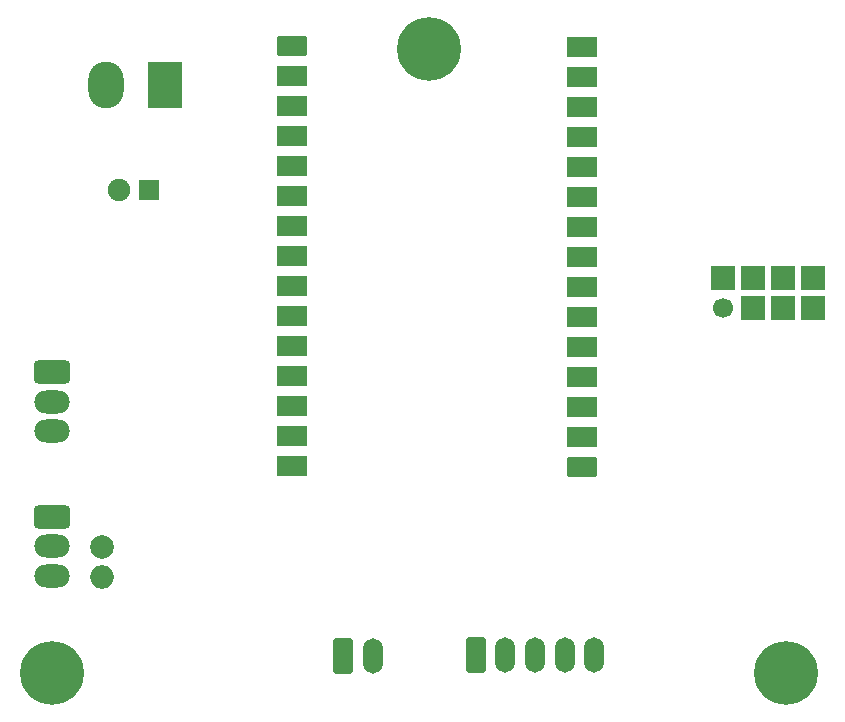
<source format=gbr>
%TF.GenerationSoftware,KiCad,Pcbnew,6.0.11+dfsg-1*%
%TF.CreationDate,2023-03-16T15:35:16-05:00*%
%TF.ProjectId,water_tank_module,77617465-725f-4746-916e-6b5f6d6f6475,rev?*%
%TF.SameCoordinates,Original*%
%TF.FileFunction,Soldermask,Top*%
%TF.FilePolarity,Negative*%
%FSLAX46Y46*%
G04 Gerber Fmt 4.6, Leading zero omitted, Abs format (unit mm)*
G04 Created by KiCad (PCBNEW 6.0.11+dfsg-1) date 2023-03-16 15:35:16*
%MOMM*%
%LPD*%
G01*
G04 APERTURE LIST*
G04 Aperture macros list*
%AMRoundRect*
0 Rectangle with rounded corners*
0 $1 Rounding radius*
0 $2 $3 $4 $5 $6 $7 $8 $9 X,Y pos of 4 corners*
0 Add a 4 corners polygon primitive as box body*
4,1,4,$2,$3,$4,$5,$6,$7,$8,$9,$2,$3,0*
0 Add four circle primitives for the rounded corners*
1,1,$1+$1,$2,$3*
1,1,$1+$1,$4,$5*
1,1,$1+$1,$6,$7*
1,1,$1+$1,$8,$9*
0 Add four rect primitives between the rounded corners*
20,1,$1+$1,$2,$3,$4,$5,0*
20,1,$1+$1,$4,$5,$6,$7,0*
20,1,$1+$1,$6,$7,$8,$9,0*
20,1,$1+$1,$8,$9,$2,$3,0*%
G04 Aperture macros list end*
%ADD10RoundRect,0.250000X-0.600000X-1.250000X0.600000X-1.250000X0.600000X1.250000X-0.600000X1.250000X0*%
%ADD11O,1.700000X3.000000*%
%ADD12C,5.400000*%
%ADD13RoundRect,0.286765X-1.213235X0.688235X-1.213235X-0.688235X1.213235X-0.688235X1.213235X0.688235X0*%
%ADD14O,3.000000X1.950000*%
%ADD15R,2.000000X2.000000*%
%ADD16C,1.700000*%
%ADD17R,1.800000X1.800000*%
%ADD18C,1.900000*%
%ADD19RoundRect,0.250000X-1.020000X0.620000X-1.020000X-0.620000X1.020000X-0.620000X1.020000X0.620000X0*%
%ADD20R,2.540000X1.740000*%
%ADD21R,3.000000X3.960000*%
%ADD22O,3.000000X3.960000*%
%ADD23C,2.000000*%
%ADD24O,2.000000X2.000000*%
%ADD25RoundRect,0.250000X1.020000X-0.620000X1.020000X0.620000X-1.020000X0.620000X-1.020000X-0.620000X0*%
G04 APERTURE END LIST*
D10*
%TO.C,J1*%
X100791000Y-78913000D03*
D11*
X103291000Y-78913000D03*
X105791000Y-78913000D03*
X108291000Y-78913000D03*
X110791000Y-78913000D03*
%TD*%
D10*
%TO.C,J2*%
X89555000Y-78948000D03*
D11*
X92055000Y-78948000D03*
%TD*%
D12*
%TO.C,H2*%
X64897000Y-80391000D03*
%TD*%
D13*
%TO.C,J_EC1*%
X64888000Y-54949750D03*
D14*
X64888000Y-57449750D03*
X64888000Y-59949750D03*
%TD*%
D15*
%TO.C,U4*%
X129323000Y-46944000D03*
X129323000Y-49484000D03*
X126783000Y-46944000D03*
X126783000Y-49484000D03*
X124243000Y-46944000D03*
X124243000Y-49484000D03*
X121703000Y-46944000D03*
D16*
X121703000Y-49484000D03*
%TD*%
D17*
%TO.C,C1*%
X73071113Y-39486250D03*
D18*
X70571113Y-39486250D03*
%TD*%
D13*
%TO.C,J_DS18*%
X64888000Y-67149750D03*
D14*
X64888000Y-69649750D03*
X64888000Y-72149750D03*
%TD*%
D12*
%TO.C,H3*%
X96774000Y-27559000D03*
%TD*%
D19*
%TO.C,J_esp0*%
X85195000Y-27305000D03*
D20*
X85195000Y-29845000D03*
X85195000Y-32385000D03*
X85195000Y-34925000D03*
X85195000Y-37465000D03*
X85195000Y-40005000D03*
X85195000Y-42545000D03*
X85195000Y-45085000D03*
X85195000Y-47625000D03*
X85195000Y-50165000D03*
X85195000Y-52705000D03*
X85195000Y-55245000D03*
X85195000Y-57785000D03*
X85195000Y-60325000D03*
X85195000Y-62865000D03*
%TD*%
D21*
%TO.C,5V1*%
X74453000Y-30590250D03*
D22*
X69453000Y-30590250D03*
%TD*%
D12*
%TO.C,H1*%
X127000000Y-80391000D03*
%TD*%
D23*
%TO.C,R11*%
X69088000Y-69749750D03*
D24*
X69088000Y-72289750D03*
%TD*%
D25*
%TO.C,J_esp1*%
X109735500Y-62944000D03*
D20*
X109735500Y-60404000D03*
X109735500Y-57864000D03*
X109735500Y-55324000D03*
X109735500Y-52784000D03*
X109735500Y-50244000D03*
X109735500Y-47704000D03*
X109735500Y-45164000D03*
X109735500Y-42624000D03*
X109735500Y-40084000D03*
X109735500Y-37544000D03*
X109735500Y-35004000D03*
X109735500Y-32464000D03*
X109735500Y-29924000D03*
X109735500Y-27384000D03*
%TD*%
M02*

</source>
